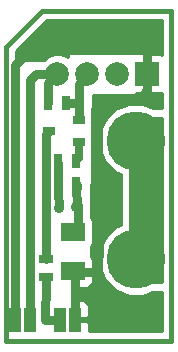
<source format=gtl>
G04 (created by PCBNEW-RS274X (2012-apr-16-27)-stable) date Thu 17 Apr 2014 14:09:52 BST*
G01*
G70*
G90*
%MOIN*%
G04 Gerber Fmt 3.4, Leading zero omitted, Abs format*
%FSLAX34Y34*%
G04 APERTURE LIST*
%ADD10C,0.020000*%
%ADD11C,0.015000*%
%ADD12R,0.025000X0.045000*%
%ADD13R,0.045000X0.025000*%
%ADD14R,0.039400X0.078700*%
%ADD15R,0.080000X0.060000*%
%ADD16R,0.078700X0.078700*%
%ADD17C,0.078700*%
%ADD18R,0.039400X0.027600*%
%ADD19C,0.035000*%
%ADD20C,0.196900*%
%ADD21C,0.031500*%
%ADD22C,0.025200*%
%ADD23C,0.008000*%
%ADD24C,0.050000*%
%ADD25C,0.010000*%
G04 APERTURE END LIST*
G54D10*
G54D11*
X00409Y00220D02*
X05909Y00220D01*
X00409Y10020D02*
X00409Y00220D01*
X01609Y11220D02*
X05909Y11220D01*
X00409Y10020D02*
X01609Y11220D01*
X05909Y10420D02*
X05909Y11220D01*
X05906Y00197D02*
X05906Y10433D01*
G54D12*
X01787Y08150D03*
X02387Y08150D03*
G54D13*
X01733Y02338D03*
X01733Y02938D03*
G54D14*
X02709Y00920D03*
X02209Y00920D03*
X01209Y00920D03*
X00709Y00920D03*
G54D15*
X02638Y02539D03*
X02638Y03839D03*
G54D12*
X02141Y05433D03*
X02741Y05433D03*
X02141Y06221D03*
X02741Y06221D03*
G54D16*
X05109Y09120D03*
G54D17*
X04109Y09120D03*
X03109Y09120D03*
X02109Y09120D03*
G54D18*
X01823Y07205D03*
X02823Y07580D03*
X02823Y06830D03*
G54D19*
X02166Y04646D03*
G54D20*
X04725Y02953D03*
G54D19*
X02737Y04685D03*
G54D20*
X04725Y06890D03*
G54D21*
X03465Y05945D02*
X03465Y07992D01*
X03465Y04685D02*
X03504Y04725D01*
X03485Y03485D02*
X03465Y02520D01*
X05109Y08570D02*
X05109Y09120D01*
X03229Y02520D02*
X02756Y02559D01*
X05109Y09120D02*
X05109Y10620D01*
X02709Y02606D02*
X02709Y00920D01*
X02756Y02559D02*
X02709Y02606D01*
X00709Y09420D02*
X00709Y00920D01*
X03465Y07992D02*
X03701Y08307D01*
X03465Y04685D02*
X03465Y05945D01*
X03465Y02520D02*
X03229Y02520D01*
X05109Y10620D02*
X01909Y10620D01*
X04859Y08320D02*
X05109Y08570D01*
X01909Y10620D02*
X00709Y09420D01*
G54D22*
X03485Y04706D02*
X03465Y04685D01*
G54D21*
X03485Y04706D02*
X03485Y03485D01*
G54D22*
X03504Y04725D02*
X03485Y04706D01*
G54D21*
X03701Y08307D02*
X04859Y08320D01*
X02141Y05222D02*
X02166Y04646D01*
X02126Y06142D02*
X02141Y05222D01*
X02756Y05394D02*
X02741Y05134D01*
X02835Y08111D02*
X02823Y08111D01*
X02796Y03997D02*
X02638Y03839D01*
X03109Y09120D02*
X03109Y09054D01*
X03109Y09054D02*
X02823Y08768D01*
X02835Y08138D02*
X02835Y08111D01*
X02741Y05134D02*
X02791Y04690D01*
X02791Y04690D02*
X02796Y04646D01*
X02796Y04646D02*
X02796Y03997D01*
X02823Y08111D02*
X02823Y07659D01*
G54D23*
X02742Y04690D02*
X02737Y04685D01*
G54D21*
X02823Y08768D02*
X02823Y08111D01*
G54D24*
X04725Y02953D02*
X04725Y06890D01*
G54D21*
X02823Y08150D02*
X02835Y08138D01*
G54D23*
X02791Y04690D02*
X02742Y04690D01*
G54D21*
X02387Y08150D02*
X02823Y08150D01*
G54D22*
X02823Y06830D02*
X02823Y06303D01*
X02823Y06303D02*
X02741Y06221D01*
G54D21*
X02209Y01020D02*
X02009Y00920D01*
X02209Y00920D02*
X02209Y01020D01*
X01709Y00920D02*
X01733Y02205D01*
X02009Y00920D02*
X01709Y00920D01*
X02009Y00920D02*
X02009Y00920D01*
X01733Y02938D02*
X01733Y07115D01*
X01733Y07115D02*
X01823Y07205D01*
X01787Y08150D02*
X01787Y08798D01*
X01787Y08798D02*
X02109Y09120D01*
X02109Y09120D02*
X01409Y09120D01*
X01209Y08920D02*
X01209Y03220D01*
X01409Y09120D02*
X01209Y08920D01*
X01209Y03347D02*
X01209Y03420D01*
X01209Y03220D02*
X01209Y03347D01*
X01209Y00920D02*
X01209Y03420D01*
G54D10*
G36*
X05584Y10448D02*
X05581Y10433D01*
X05581Y09750D01*
X05551Y09762D01*
X05221Y09763D01*
X05159Y09701D01*
X05159Y09220D01*
X05159Y09170D01*
X05159Y09070D01*
X05159Y09020D01*
X05159Y08539D01*
X05221Y08477D01*
X05551Y08478D01*
X05581Y08491D01*
X05581Y07983D01*
X05309Y07983D01*
X04972Y08123D01*
X04481Y08124D01*
X04027Y07937D01*
X03680Y07590D01*
X03492Y07137D01*
X03491Y06646D01*
X03678Y06192D01*
X04025Y05845D01*
X04225Y05762D01*
X04225Y04082D01*
X04027Y04000D01*
X03680Y03653D01*
X03492Y03200D01*
X03491Y02709D01*
X03678Y02255D01*
X04025Y01908D01*
X04478Y01720D01*
X04969Y01719D01*
X05262Y01840D01*
X05581Y01840D01*
X05581Y00545D01*
X03288Y00545D01*
X03288Y02427D01*
X03226Y02489D01*
X02688Y02489D01*
X02688Y02051D01*
X02750Y01989D01*
X02989Y01990D01*
X03088Y01990D01*
X03179Y02028D01*
X03249Y02098D01*
X03287Y02190D01*
X03288Y02427D01*
X03288Y00545D01*
X03155Y00545D01*
X03155Y00576D01*
X03156Y00808D01*
X03094Y00870D01*
X02809Y00870D01*
X02759Y00870D01*
X02759Y00970D01*
X02809Y00970D01*
X03094Y00970D01*
X03156Y01032D01*
X03155Y01264D01*
X03155Y01363D01*
X03117Y01454D01*
X03047Y01524D01*
X02955Y01562D01*
X02821Y01563D01*
X02809Y01552D01*
X02809Y01563D01*
X02767Y01563D01*
X02768Y01586D01*
X02609Y01586D01*
X02609Y02589D01*
X02688Y02589D01*
X02738Y02589D01*
X03226Y02589D01*
X03288Y02651D01*
X03287Y02888D01*
X03249Y02980D01*
X03223Y03006D01*
X03226Y03376D01*
X03249Y03398D01*
X03287Y03489D01*
X03287Y03588D01*
X03287Y04188D01*
X03249Y04280D01*
X03236Y04293D01*
X03259Y06620D01*
X03269Y06642D01*
X03269Y06741D01*
X03269Y07017D01*
X03263Y07030D01*
X03267Y07389D01*
X03269Y07392D01*
X03269Y07491D01*
X03269Y07530D01*
X03278Y08415D01*
X04141Y08419D01*
X04687Y08415D01*
X04746Y08478D01*
X04997Y08477D01*
X05059Y08539D01*
X05059Y09020D01*
X05059Y09070D01*
X05059Y09170D01*
X05059Y09220D01*
X05059Y09701D01*
X04997Y09763D01*
X04959Y09763D01*
X04959Y09820D01*
X02459Y09820D01*
X02459Y09671D01*
X02238Y09763D01*
X01982Y09763D01*
X01746Y09665D01*
X01650Y09570D01*
X00734Y09570D01*
X00734Y09885D01*
X01744Y10895D01*
X05584Y10895D01*
X05584Y10448D01*
X05584Y10448D01*
G37*
G54D25*
X05584Y10448D02*
X05581Y10433D01*
X05581Y09750D01*
X05551Y09762D01*
X05221Y09763D01*
X05159Y09701D01*
X05159Y09220D01*
X05159Y09170D01*
X05159Y09070D01*
X05159Y09020D01*
X05159Y08539D01*
X05221Y08477D01*
X05551Y08478D01*
X05581Y08491D01*
X05581Y07983D01*
X05309Y07983D01*
X04972Y08123D01*
X04481Y08124D01*
X04027Y07937D01*
X03680Y07590D01*
X03492Y07137D01*
X03491Y06646D01*
X03678Y06192D01*
X04025Y05845D01*
X04225Y05762D01*
X04225Y04082D01*
X04027Y04000D01*
X03680Y03653D01*
X03492Y03200D01*
X03491Y02709D01*
X03678Y02255D01*
X04025Y01908D01*
X04478Y01720D01*
X04969Y01719D01*
X05262Y01840D01*
X05581Y01840D01*
X05581Y00545D01*
X03288Y00545D01*
X03288Y02427D01*
X03226Y02489D01*
X02688Y02489D01*
X02688Y02051D01*
X02750Y01989D01*
X02989Y01990D01*
X03088Y01990D01*
X03179Y02028D01*
X03249Y02098D01*
X03287Y02190D01*
X03288Y02427D01*
X03288Y00545D01*
X03155Y00545D01*
X03155Y00576D01*
X03156Y00808D01*
X03094Y00870D01*
X02809Y00870D01*
X02759Y00870D01*
X02759Y00970D01*
X02809Y00970D01*
X03094Y00970D01*
X03156Y01032D01*
X03155Y01264D01*
X03155Y01363D01*
X03117Y01454D01*
X03047Y01524D01*
X02955Y01562D01*
X02821Y01563D01*
X02809Y01552D01*
X02809Y01563D01*
X02767Y01563D01*
X02768Y01586D01*
X02609Y01586D01*
X02609Y02589D01*
X02688Y02589D01*
X02738Y02589D01*
X03226Y02589D01*
X03288Y02651D01*
X03287Y02888D01*
X03249Y02980D01*
X03223Y03006D01*
X03226Y03376D01*
X03249Y03398D01*
X03287Y03489D01*
X03287Y03588D01*
X03287Y04188D01*
X03249Y04280D01*
X03236Y04293D01*
X03259Y06620D01*
X03269Y06642D01*
X03269Y06741D01*
X03269Y07017D01*
X03263Y07030D01*
X03267Y07389D01*
X03269Y07392D01*
X03269Y07491D01*
X03269Y07530D01*
X03278Y08415D01*
X04141Y08419D01*
X04687Y08415D01*
X04746Y08478D01*
X04997Y08477D01*
X05059Y08539D01*
X05059Y09020D01*
X05059Y09070D01*
X05059Y09170D01*
X05059Y09220D01*
X05059Y09701D01*
X04997Y09763D01*
X04959Y09763D01*
X04959Y09820D01*
X02459Y09820D01*
X02459Y09671D01*
X02238Y09763D01*
X01982Y09763D01*
X01746Y09665D01*
X01650Y09570D01*
X00734Y09570D01*
X00734Y09885D01*
X01744Y10895D01*
X05584Y10895D01*
X05584Y10448D01*
G54D10*
G36*
X05581Y02176D02*
X04657Y02176D01*
X04657Y07665D01*
X05581Y07632D01*
X05581Y02176D01*
X05581Y02176D01*
G37*
G54D25*
X05581Y02176D02*
X04657Y02176D01*
X04657Y07665D01*
X05581Y07632D01*
X05581Y02176D01*
M02*

</source>
